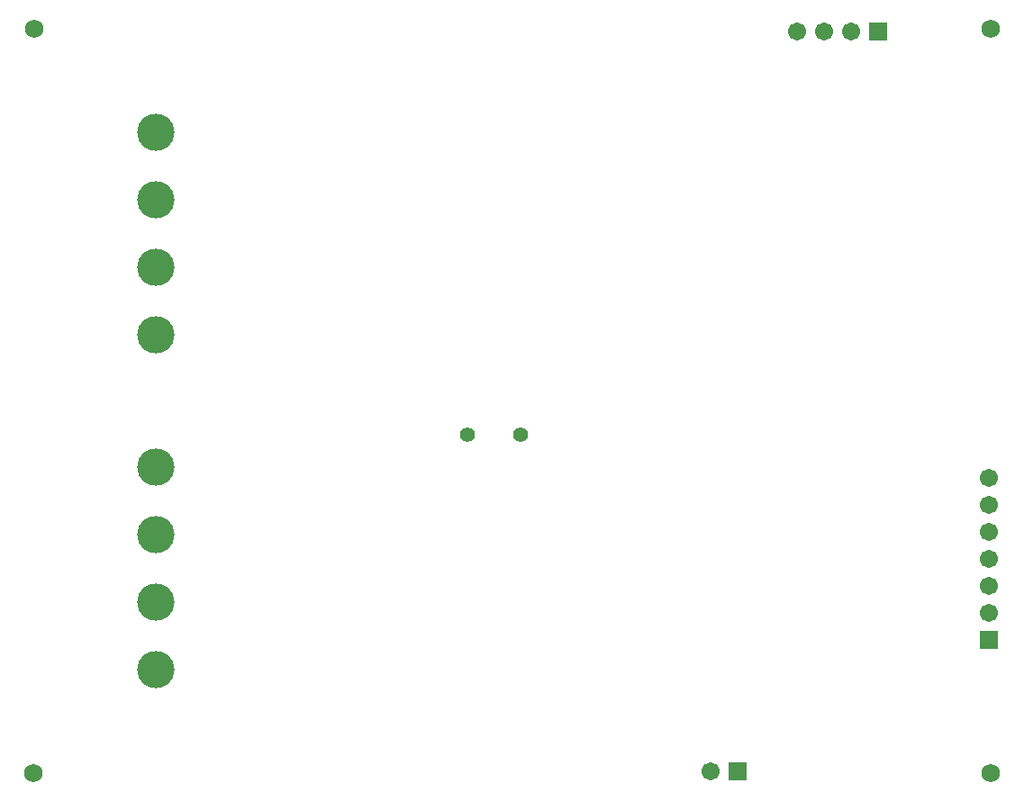
<source format=gbs>
G04*
G04 #@! TF.GenerationSoftware,Altium Limited,Altium Designer,19.0.14 (431)*
G04*
G04 Layer_Color=16711935*
%FSLAX25Y25*%
%MOIN*%
G70*
G01*
G75*
%ADD69C,0.05556*%
%ADD70C,0.13800*%
%ADD71C,0.06706*%
%ADD72R,0.06706X0.06706*%
%ADD73C,0.06800*%
%ADD74R,0.06706X0.06706*%
D69*
X172315Y137000D02*
D03*
X192000D02*
D03*
D70*
X57000Y125000D02*
D03*
Y100000D02*
D03*
Y75000D02*
D03*
Y50000D02*
D03*
Y249000D02*
D03*
Y224000D02*
D03*
Y199000D02*
D03*
Y174000D02*
D03*
D71*
X262500Y12500D02*
D03*
X294500Y286500D02*
D03*
X304500D02*
D03*
X314500D02*
D03*
X365500Y121000D02*
D03*
Y111000D02*
D03*
Y101000D02*
D03*
Y91000D02*
D03*
Y71000D02*
D03*
Y81000D02*
D03*
D72*
X272500Y12500D02*
D03*
X324500Y286500D02*
D03*
D73*
X11811Y11811D02*
D03*
X12000Y287500D02*
D03*
X366142Y11811D02*
D03*
X366000Y287500D02*
D03*
D74*
X365500Y61000D02*
D03*
M02*

</source>
